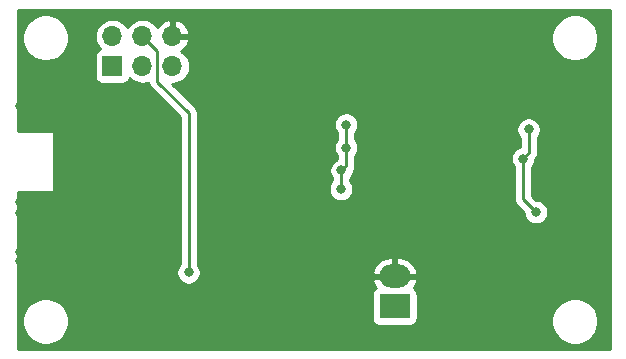
<source format=gbl>
G04 #@! TF.GenerationSoftware,KiCad,Pcbnew,5.1.4-e60b266~84~ubuntu18.04.1*
G04 #@! TF.CreationDate,2019-11-09T19:50:11+05:30*
G04 #@! TF.ProjectId,senseEle_PCB_Antenna_rev1,73656e73-6545-46c6-955f-5043425f416e,rev?*
G04 #@! TF.SameCoordinates,Original*
G04 #@! TF.FileFunction,Copper,L2,Bot*
G04 #@! TF.FilePolarity,Positive*
%FSLAX46Y46*%
G04 Gerber Fmt 4.6, Leading zero omitted, Abs format (unit mm)*
G04 Created by KiCad (PCBNEW 5.1.4-e60b266~84~ubuntu18.04.1) date 2019-11-09 19:50:11*
%MOMM*%
%LPD*%
G04 APERTURE LIST*
%ADD10R,2.600000X2.000000*%
%ADD11O,2.600000X2.000000*%
%ADD12R,1.700000X1.700000*%
%ADD13O,1.700000X1.700000*%
%ADD14C,0.800000*%
%ADD15C,0.250000*%
%ADD16C,0.254000*%
G04 APERTURE END LIST*
D10*
X27750000Y-43240000D03*
D11*
X27750000Y-40700000D03*
D12*
X3850000Y-22900000D03*
D13*
X3850000Y-20360000D03*
X6390000Y-22900000D03*
X6390000Y-20360000D03*
X8930000Y-22900000D03*
X8930000Y-20360000D03*
D14*
X-4000000Y-38600000D03*
X-4000000Y-39400000D03*
X-3200000Y-39400000D03*
X-3200000Y-38600000D03*
X-4000000Y-26250000D03*
X9150000Y-28150000D03*
X9150000Y-27100000D03*
X8300000Y-27100000D03*
X9150000Y-36650000D03*
X9150000Y-37850000D03*
X8050000Y-37850000D03*
X-4000000Y-35350000D03*
X-4000000Y-34400000D03*
X-3050000Y-35350000D03*
X-3050000Y-34400000D03*
X50000Y-34850000D03*
X2800000Y-32350000D03*
X4050000Y-34850000D03*
X50000Y-29850000D03*
X4050000Y-29850000D03*
X42250000Y-30750000D03*
X43250000Y-35900000D03*
X25350000Y-27300000D03*
X39733951Y-23643940D03*
X13700000Y-23000000D03*
X42700000Y-25550000D03*
X34900000Y-28400000D03*
X29400000Y-32500000D03*
X4224990Y-32350000D03*
X35550000Y-31900000D03*
X43300000Y-38100000D03*
X10300000Y-40350000D03*
X23650000Y-27850000D03*
X23650000Y-29800000D03*
X23239730Y-31719040D03*
X23200000Y-33300000D03*
X39100000Y-28250000D03*
X38625000Y-30725000D03*
X39700000Y-35250000D03*
D15*
X-4000000Y-38600000D02*
X-4000000Y-39400000D01*
X-3200000Y-39400000D02*
X-3200000Y-38600000D01*
X9150000Y-27100000D02*
X9150000Y-28150000D01*
X9150000Y-36650000D02*
X9150000Y-37850000D01*
X-4000000Y-35350000D02*
X-4000000Y-34400000D01*
X-3050000Y-35350000D02*
X-3050000Y-34400000D01*
X-3050000Y-34400000D02*
X-400000Y-34400000D01*
X-400000Y-34400000D02*
X50000Y-34850000D01*
X50000Y-34850000D02*
X2550000Y-32350000D01*
X2550000Y-32350000D02*
X2800000Y-32350000D01*
X2800000Y-32350000D02*
X300000Y-29850000D01*
X300000Y-29850000D02*
X50000Y-29850000D01*
X8930000Y-20360000D02*
X11060000Y-20360000D01*
X11060000Y-20360000D02*
X13700000Y-23000000D01*
X4050000Y-29850000D02*
X4050000Y-32175010D01*
X4050000Y-32175010D02*
X4224990Y-32350000D01*
X4050000Y-32524990D02*
X4224990Y-32350000D01*
X4050000Y-34850000D02*
X4050000Y-32524990D01*
X2800000Y-32350000D02*
X4224990Y-32350000D01*
X43250000Y-35900000D02*
X43250000Y-38050000D01*
X43250000Y-38050000D02*
X43300000Y-38100000D01*
X10300000Y-40350000D02*
X10300000Y-26850000D01*
X10300000Y-26850000D02*
X7650000Y-24200000D01*
X7650000Y-21620000D02*
X6390000Y-20360000D01*
X7650000Y-24200000D02*
X7650000Y-21620000D01*
X23650000Y-27850000D02*
X23650000Y-31308770D01*
X23639729Y-31319041D02*
X23239730Y-31719040D01*
X23650000Y-31308770D02*
X23639729Y-31319041D01*
X23239730Y-31719040D02*
X23239730Y-33260270D01*
X23239730Y-33260270D02*
X23200000Y-33300000D01*
X39100000Y-30250000D02*
X39100000Y-28250000D01*
X38725000Y-30625000D02*
X38625000Y-30725000D01*
X38725000Y-30625000D02*
X39100000Y-30250000D01*
X38625000Y-30725000D02*
X38625000Y-34175000D01*
X38625000Y-34175000D02*
X39700000Y-35250000D01*
D16*
G36*
X45973000Y-46840000D02*
G01*
X-4140000Y-46840000D01*
X-4140000Y-44304495D01*
X-3785000Y-44304495D01*
X-3785000Y-44695505D01*
X-3708718Y-45079003D01*
X-3559085Y-45440250D01*
X-3341851Y-45765364D01*
X-3065364Y-46041851D01*
X-2740250Y-46259085D01*
X-2379003Y-46408718D01*
X-1995505Y-46485000D01*
X-1604495Y-46485000D01*
X-1220997Y-46408718D01*
X-859750Y-46259085D01*
X-534636Y-46041851D01*
X-258149Y-45765364D01*
X-40915Y-45440250D01*
X108718Y-45079003D01*
X185000Y-44695505D01*
X185000Y-44304495D01*
X108718Y-43920997D01*
X-40915Y-43559750D01*
X-258149Y-43234636D01*
X-534636Y-42958149D01*
X-859750Y-42740915D01*
X-1220997Y-42591282D01*
X-1604495Y-42515000D01*
X-1995505Y-42515000D01*
X-2379003Y-42591282D01*
X-2740250Y-42740915D01*
X-3065364Y-42958149D01*
X-3341851Y-43234636D01*
X-3559085Y-43559750D01*
X-3708718Y-43920997D01*
X-3785000Y-44304495D01*
X-4140000Y-44304495D01*
X-4140000Y-42240000D01*
X25811928Y-42240000D01*
X25811928Y-44240000D01*
X25824188Y-44364482D01*
X25860498Y-44484180D01*
X25919463Y-44594494D01*
X25998815Y-44691185D01*
X26095506Y-44770537D01*
X26205820Y-44829502D01*
X26325518Y-44865812D01*
X26450000Y-44878072D01*
X29050000Y-44878072D01*
X29174482Y-44865812D01*
X29294180Y-44829502D01*
X29404494Y-44770537D01*
X29501185Y-44691185D01*
X29580537Y-44594494D01*
X29639502Y-44484180D01*
X29675812Y-44364482D01*
X29681720Y-44304495D01*
X41015000Y-44304495D01*
X41015000Y-44695505D01*
X41091282Y-45079003D01*
X41240915Y-45440250D01*
X41458149Y-45765364D01*
X41734636Y-46041851D01*
X42059750Y-46259085D01*
X42420997Y-46408718D01*
X42804495Y-46485000D01*
X43195505Y-46485000D01*
X43579003Y-46408718D01*
X43940250Y-46259085D01*
X44265364Y-46041851D01*
X44541851Y-45765364D01*
X44759085Y-45440250D01*
X44908718Y-45079003D01*
X44985000Y-44695505D01*
X44985000Y-44304495D01*
X44908718Y-43920997D01*
X44759085Y-43559750D01*
X44541851Y-43234636D01*
X44265364Y-42958149D01*
X43940250Y-42740915D01*
X43579003Y-42591282D01*
X43195505Y-42515000D01*
X42804495Y-42515000D01*
X42420997Y-42591282D01*
X42059750Y-42740915D01*
X41734636Y-42958149D01*
X41458149Y-43234636D01*
X41240915Y-43559750D01*
X41091282Y-43920997D01*
X41015000Y-44304495D01*
X29681720Y-44304495D01*
X29688072Y-44240000D01*
X29688072Y-42240000D01*
X29675812Y-42115518D01*
X29639502Y-41995820D01*
X29580537Y-41885506D01*
X29501185Y-41788815D01*
X29404494Y-41709463D01*
X29354353Y-41682662D01*
X29480010Y-41502761D01*
X29609144Y-41208355D01*
X29640124Y-41080434D01*
X29520777Y-40827000D01*
X27877000Y-40827000D01*
X27877000Y-40847000D01*
X27623000Y-40847000D01*
X27623000Y-40827000D01*
X25979223Y-40827000D01*
X25859876Y-41080434D01*
X25890856Y-41208355D01*
X26019990Y-41502761D01*
X26145647Y-41682662D01*
X26095506Y-41709463D01*
X25998815Y-41788815D01*
X25919463Y-41885506D01*
X25860498Y-41995820D01*
X25824188Y-42115518D01*
X25811928Y-42240000D01*
X-4140000Y-42240000D01*
X-4140000Y-33527000D01*
X-1200000Y-33527000D01*
X-1175224Y-33524560D01*
X-1151399Y-33517333D01*
X-1129443Y-33505597D01*
X-1110197Y-33489803D01*
X-1094403Y-33470557D01*
X-1082667Y-33448601D01*
X-1075440Y-33424776D01*
X-1073000Y-33400000D01*
X-1073000Y-28550000D01*
X-1075440Y-28525224D01*
X-1082667Y-28501399D01*
X-1094403Y-28479443D01*
X-1110197Y-28460197D01*
X-1129443Y-28444403D01*
X-1151399Y-28432667D01*
X-1175224Y-28425440D01*
X-1200000Y-28423000D01*
X-4140000Y-28423000D01*
X-4140000Y-20304495D01*
X-3785000Y-20304495D01*
X-3785000Y-20695505D01*
X-3708718Y-21079003D01*
X-3559085Y-21440250D01*
X-3341851Y-21765364D01*
X-3065364Y-22041851D01*
X-2740250Y-22259085D01*
X-2379003Y-22408718D01*
X-1995505Y-22485000D01*
X-1604495Y-22485000D01*
X-1220997Y-22408718D01*
X-859750Y-22259085D01*
X-534636Y-22041851D01*
X-258149Y-21765364D01*
X-40915Y-21440250D01*
X108718Y-21079003D01*
X185000Y-20695505D01*
X185000Y-20360000D01*
X2357815Y-20360000D01*
X2386487Y-20651111D01*
X2471401Y-20931034D01*
X2609294Y-21189014D01*
X2794866Y-21415134D01*
X2824687Y-21439607D01*
X2755820Y-21460498D01*
X2645506Y-21519463D01*
X2548815Y-21598815D01*
X2469463Y-21695506D01*
X2410498Y-21805820D01*
X2374188Y-21925518D01*
X2361928Y-22050000D01*
X2361928Y-23750000D01*
X2374188Y-23874482D01*
X2410498Y-23994180D01*
X2469463Y-24104494D01*
X2548815Y-24201185D01*
X2645506Y-24280537D01*
X2755820Y-24339502D01*
X2875518Y-24375812D01*
X3000000Y-24388072D01*
X4700000Y-24388072D01*
X4824482Y-24375812D01*
X4944180Y-24339502D01*
X5054494Y-24280537D01*
X5151185Y-24201185D01*
X5230537Y-24104494D01*
X5289502Y-23994180D01*
X5310393Y-23925313D01*
X5334866Y-23955134D01*
X5560986Y-24140706D01*
X5818966Y-24278599D01*
X6098889Y-24363513D01*
X6317050Y-24385000D01*
X6462950Y-24385000D01*
X6681111Y-24363513D01*
X6896007Y-24298325D01*
X6900997Y-24348985D01*
X6912854Y-24388072D01*
X6944454Y-24492246D01*
X7015026Y-24624276D01*
X7054871Y-24672826D01*
X7109999Y-24740001D01*
X7139003Y-24763804D01*
X9540001Y-27164803D01*
X9540000Y-39646289D01*
X9496063Y-39690226D01*
X9382795Y-39859744D01*
X9304774Y-40048102D01*
X9265000Y-40248061D01*
X9265000Y-40451939D01*
X9304774Y-40651898D01*
X9382795Y-40840256D01*
X9496063Y-41009774D01*
X9640226Y-41153937D01*
X9809744Y-41267205D01*
X9998102Y-41345226D01*
X10198061Y-41385000D01*
X10401939Y-41385000D01*
X10601898Y-41345226D01*
X10790256Y-41267205D01*
X10959774Y-41153937D01*
X11103937Y-41009774D01*
X11217205Y-40840256D01*
X11295226Y-40651898D01*
X11335000Y-40451939D01*
X11335000Y-40319566D01*
X25859876Y-40319566D01*
X25979223Y-40573000D01*
X27623000Y-40573000D01*
X27623000Y-39065000D01*
X27877000Y-39065000D01*
X27877000Y-40573000D01*
X29520777Y-40573000D01*
X29640124Y-40319566D01*
X29609144Y-40191645D01*
X29480010Y-39897239D01*
X29295922Y-39633683D01*
X29063954Y-39411105D01*
X28793020Y-39238058D01*
X28493532Y-39121193D01*
X28177000Y-39065000D01*
X27877000Y-39065000D01*
X27623000Y-39065000D01*
X27323000Y-39065000D01*
X27006468Y-39121193D01*
X26706980Y-39238058D01*
X26436046Y-39411105D01*
X26204078Y-39633683D01*
X26019990Y-39897239D01*
X25890856Y-40191645D01*
X25859876Y-40319566D01*
X11335000Y-40319566D01*
X11335000Y-40248061D01*
X11295226Y-40048102D01*
X11217205Y-39859744D01*
X11103937Y-39690226D01*
X11060000Y-39646289D01*
X11060000Y-33198061D01*
X22165000Y-33198061D01*
X22165000Y-33401939D01*
X22204774Y-33601898D01*
X22282795Y-33790256D01*
X22396063Y-33959774D01*
X22540226Y-34103937D01*
X22709744Y-34217205D01*
X22898102Y-34295226D01*
X23098061Y-34335000D01*
X23301939Y-34335000D01*
X23501898Y-34295226D01*
X23690256Y-34217205D01*
X23859774Y-34103937D01*
X24003937Y-33959774D01*
X24117205Y-33790256D01*
X24195226Y-33601898D01*
X24235000Y-33401939D01*
X24235000Y-33198061D01*
X24195226Y-32998102D01*
X24117205Y-32809744D01*
X24003937Y-32640226D01*
X23999730Y-32636019D01*
X23999730Y-32422751D01*
X24043667Y-32378814D01*
X24156935Y-32209296D01*
X24234956Y-32020938D01*
X24274730Y-31820979D01*
X24274730Y-31745528D01*
X24284974Y-31733046D01*
X24355546Y-31601017D01*
X24399003Y-31457756D01*
X24410000Y-31346103D01*
X24410000Y-31346093D01*
X24413676Y-31308771D01*
X24410000Y-31271448D01*
X24410000Y-30623061D01*
X37590000Y-30623061D01*
X37590000Y-30826939D01*
X37629774Y-31026898D01*
X37707795Y-31215256D01*
X37821063Y-31384774D01*
X37865000Y-31428711D01*
X37865001Y-34137668D01*
X37861324Y-34175000D01*
X37875998Y-34323985D01*
X37919454Y-34467246D01*
X37990026Y-34599276D01*
X38061201Y-34686002D01*
X38085000Y-34715001D01*
X38113998Y-34738799D01*
X38665000Y-35289802D01*
X38665000Y-35351939D01*
X38704774Y-35551898D01*
X38782795Y-35740256D01*
X38896063Y-35909774D01*
X39040226Y-36053937D01*
X39209744Y-36167205D01*
X39398102Y-36245226D01*
X39598061Y-36285000D01*
X39801939Y-36285000D01*
X40001898Y-36245226D01*
X40190256Y-36167205D01*
X40359774Y-36053937D01*
X40503937Y-35909774D01*
X40617205Y-35740256D01*
X40695226Y-35551898D01*
X40735000Y-35351939D01*
X40735000Y-35148061D01*
X40695226Y-34948102D01*
X40617205Y-34759744D01*
X40503937Y-34590226D01*
X40359774Y-34446063D01*
X40190256Y-34332795D01*
X40001898Y-34254774D01*
X39801939Y-34215000D01*
X39739802Y-34215000D01*
X39385000Y-33860199D01*
X39385000Y-31428711D01*
X39428937Y-31384774D01*
X39542205Y-31215256D01*
X39620226Y-31026898D01*
X39660000Y-30826939D01*
X39660000Y-30765632D01*
X39734974Y-30674276D01*
X39805546Y-30542247D01*
X39849003Y-30398986D01*
X39860000Y-30287333D01*
X39860000Y-30287324D01*
X39863676Y-30250001D01*
X39860000Y-30212678D01*
X39860000Y-28953711D01*
X39903937Y-28909774D01*
X40017205Y-28740256D01*
X40095226Y-28551898D01*
X40135000Y-28351939D01*
X40135000Y-28148061D01*
X40095226Y-27948102D01*
X40017205Y-27759744D01*
X39903937Y-27590226D01*
X39759774Y-27446063D01*
X39590256Y-27332795D01*
X39401898Y-27254774D01*
X39201939Y-27215000D01*
X38998061Y-27215000D01*
X38798102Y-27254774D01*
X38609744Y-27332795D01*
X38440226Y-27446063D01*
X38296063Y-27590226D01*
X38182795Y-27759744D01*
X38104774Y-27948102D01*
X38065000Y-28148061D01*
X38065000Y-28351939D01*
X38104774Y-28551898D01*
X38182795Y-28740256D01*
X38296063Y-28909774D01*
X38340001Y-28953712D01*
X38340000Y-29726413D01*
X38323102Y-29729774D01*
X38134744Y-29807795D01*
X37965226Y-29921063D01*
X37821063Y-30065226D01*
X37707795Y-30234744D01*
X37629774Y-30423102D01*
X37590000Y-30623061D01*
X24410000Y-30623061D01*
X24410000Y-30503711D01*
X24453937Y-30459774D01*
X24567205Y-30290256D01*
X24645226Y-30101898D01*
X24685000Y-29901939D01*
X24685000Y-29698061D01*
X24645226Y-29498102D01*
X24567205Y-29309744D01*
X24453937Y-29140226D01*
X24410000Y-29096289D01*
X24410000Y-28553711D01*
X24453937Y-28509774D01*
X24567205Y-28340256D01*
X24645226Y-28151898D01*
X24685000Y-27951939D01*
X24685000Y-27748061D01*
X24645226Y-27548102D01*
X24567205Y-27359744D01*
X24453937Y-27190226D01*
X24309774Y-27046063D01*
X24140256Y-26932795D01*
X23951898Y-26854774D01*
X23751939Y-26815000D01*
X23548061Y-26815000D01*
X23348102Y-26854774D01*
X23159744Y-26932795D01*
X22990226Y-27046063D01*
X22846063Y-27190226D01*
X22732795Y-27359744D01*
X22654774Y-27548102D01*
X22615000Y-27748061D01*
X22615000Y-27951939D01*
X22654774Y-28151898D01*
X22732795Y-28340256D01*
X22846063Y-28509774D01*
X22890000Y-28553711D01*
X22890000Y-29096289D01*
X22846063Y-29140226D01*
X22732795Y-29309744D01*
X22654774Y-29498102D01*
X22615000Y-29698061D01*
X22615000Y-29901939D01*
X22654774Y-30101898D01*
X22732795Y-30290256D01*
X22846063Y-30459774D01*
X22890001Y-30503712D01*
X22890001Y-30743626D01*
X22749474Y-30801835D01*
X22579956Y-30915103D01*
X22435793Y-31059266D01*
X22322525Y-31228784D01*
X22244504Y-31417142D01*
X22204730Y-31617101D01*
X22204730Y-31820979D01*
X22244504Y-32020938D01*
X22322525Y-32209296D01*
X22435793Y-32378814D01*
X22479730Y-32422751D01*
X22479731Y-32556558D01*
X22396063Y-32640226D01*
X22282795Y-32809744D01*
X22204774Y-32998102D01*
X22165000Y-33198061D01*
X11060000Y-33198061D01*
X11060000Y-26887323D01*
X11063676Y-26850000D01*
X11060000Y-26812677D01*
X11060000Y-26812667D01*
X11049003Y-26701014D01*
X11005546Y-26557753D01*
X10934974Y-26425723D01*
X10863799Y-26338997D01*
X10840001Y-26309999D01*
X10811003Y-26286201D01*
X8909801Y-24385000D01*
X9002950Y-24385000D01*
X9221111Y-24363513D01*
X9501034Y-24278599D01*
X9759014Y-24140706D01*
X9985134Y-23955134D01*
X10170706Y-23729014D01*
X10308599Y-23471034D01*
X10393513Y-23191111D01*
X10422185Y-22900000D01*
X10393513Y-22608889D01*
X10308599Y-22328966D01*
X10170706Y-22070986D01*
X9985134Y-21844866D01*
X9759014Y-21659294D01*
X9701244Y-21628416D01*
X9930269Y-21457588D01*
X10125178Y-21241355D01*
X10274157Y-20991252D01*
X10371481Y-20716891D01*
X10250814Y-20487000D01*
X9057000Y-20487000D01*
X9057000Y-20507000D01*
X8803000Y-20507000D01*
X8803000Y-20487000D01*
X8783000Y-20487000D01*
X8783000Y-20304495D01*
X41015000Y-20304495D01*
X41015000Y-20695505D01*
X41091282Y-21079003D01*
X41240915Y-21440250D01*
X41458149Y-21765364D01*
X41734636Y-22041851D01*
X42059750Y-22259085D01*
X42420997Y-22408718D01*
X42804495Y-22485000D01*
X43195505Y-22485000D01*
X43579003Y-22408718D01*
X43940250Y-22259085D01*
X44265364Y-22041851D01*
X44541851Y-21765364D01*
X44759085Y-21440250D01*
X44908718Y-21079003D01*
X44985000Y-20695505D01*
X44985000Y-20304495D01*
X44908718Y-19920997D01*
X44759085Y-19559750D01*
X44541851Y-19234636D01*
X44265364Y-18958149D01*
X43940250Y-18740915D01*
X43579003Y-18591282D01*
X43195505Y-18515000D01*
X42804495Y-18515000D01*
X42420997Y-18591282D01*
X42059750Y-18740915D01*
X41734636Y-18958149D01*
X41458149Y-19234636D01*
X41240915Y-19559750D01*
X41091282Y-19920997D01*
X41015000Y-20304495D01*
X8783000Y-20304495D01*
X8783000Y-20233000D01*
X8803000Y-20233000D01*
X8803000Y-19039845D01*
X9057000Y-19039845D01*
X9057000Y-20233000D01*
X10250814Y-20233000D01*
X10371481Y-20003109D01*
X10274157Y-19728748D01*
X10125178Y-19478645D01*
X9930269Y-19262412D01*
X9696920Y-19088359D01*
X9434099Y-18963175D01*
X9286890Y-18918524D01*
X9057000Y-19039845D01*
X8803000Y-19039845D01*
X8573110Y-18918524D01*
X8425901Y-18963175D01*
X8163080Y-19088359D01*
X7929731Y-19262412D01*
X7734822Y-19478645D01*
X7665201Y-19595523D01*
X7630706Y-19530986D01*
X7445134Y-19304866D01*
X7219014Y-19119294D01*
X6961034Y-18981401D01*
X6681111Y-18896487D01*
X6462950Y-18875000D01*
X6317050Y-18875000D01*
X6098889Y-18896487D01*
X5818966Y-18981401D01*
X5560986Y-19119294D01*
X5334866Y-19304866D01*
X5149294Y-19530986D01*
X5120000Y-19585791D01*
X5090706Y-19530986D01*
X4905134Y-19304866D01*
X4679014Y-19119294D01*
X4421034Y-18981401D01*
X4141111Y-18896487D01*
X3922950Y-18875000D01*
X3777050Y-18875000D01*
X3558889Y-18896487D01*
X3278966Y-18981401D01*
X3020986Y-19119294D01*
X2794866Y-19304866D01*
X2609294Y-19530986D01*
X2471401Y-19788966D01*
X2386487Y-20068889D01*
X2357815Y-20360000D01*
X185000Y-20360000D01*
X185000Y-20304495D01*
X108718Y-19920997D01*
X-40915Y-19559750D01*
X-258149Y-19234636D01*
X-534636Y-18958149D01*
X-859750Y-18740915D01*
X-1220997Y-18591282D01*
X-1604495Y-18515000D01*
X-1995505Y-18515000D01*
X-2379003Y-18591282D01*
X-2740250Y-18740915D01*
X-3065364Y-18958149D01*
X-3341851Y-19234636D01*
X-3559085Y-19559750D01*
X-3708718Y-19920997D01*
X-3785000Y-20304495D01*
X-4140000Y-20304495D01*
X-4140000Y-18160000D01*
X45973000Y-18160000D01*
X45973000Y-46840000D01*
X45973000Y-46840000D01*
G37*
X45973000Y-46840000D02*
X-4140000Y-46840000D01*
X-4140000Y-44304495D01*
X-3785000Y-44304495D01*
X-3785000Y-44695505D01*
X-3708718Y-45079003D01*
X-3559085Y-45440250D01*
X-3341851Y-45765364D01*
X-3065364Y-46041851D01*
X-2740250Y-46259085D01*
X-2379003Y-46408718D01*
X-1995505Y-46485000D01*
X-1604495Y-46485000D01*
X-1220997Y-46408718D01*
X-859750Y-46259085D01*
X-534636Y-46041851D01*
X-258149Y-45765364D01*
X-40915Y-45440250D01*
X108718Y-45079003D01*
X185000Y-44695505D01*
X185000Y-44304495D01*
X108718Y-43920997D01*
X-40915Y-43559750D01*
X-258149Y-43234636D01*
X-534636Y-42958149D01*
X-859750Y-42740915D01*
X-1220997Y-42591282D01*
X-1604495Y-42515000D01*
X-1995505Y-42515000D01*
X-2379003Y-42591282D01*
X-2740250Y-42740915D01*
X-3065364Y-42958149D01*
X-3341851Y-43234636D01*
X-3559085Y-43559750D01*
X-3708718Y-43920997D01*
X-3785000Y-44304495D01*
X-4140000Y-44304495D01*
X-4140000Y-42240000D01*
X25811928Y-42240000D01*
X25811928Y-44240000D01*
X25824188Y-44364482D01*
X25860498Y-44484180D01*
X25919463Y-44594494D01*
X25998815Y-44691185D01*
X26095506Y-44770537D01*
X26205820Y-44829502D01*
X26325518Y-44865812D01*
X26450000Y-44878072D01*
X29050000Y-44878072D01*
X29174482Y-44865812D01*
X29294180Y-44829502D01*
X29404494Y-44770537D01*
X29501185Y-44691185D01*
X29580537Y-44594494D01*
X29639502Y-44484180D01*
X29675812Y-44364482D01*
X29681720Y-44304495D01*
X41015000Y-44304495D01*
X41015000Y-44695505D01*
X41091282Y-45079003D01*
X41240915Y-45440250D01*
X41458149Y-45765364D01*
X41734636Y-46041851D01*
X42059750Y-46259085D01*
X42420997Y-46408718D01*
X42804495Y-46485000D01*
X43195505Y-46485000D01*
X43579003Y-46408718D01*
X43940250Y-46259085D01*
X44265364Y-46041851D01*
X44541851Y-45765364D01*
X44759085Y-45440250D01*
X44908718Y-45079003D01*
X44985000Y-44695505D01*
X44985000Y-44304495D01*
X44908718Y-43920997D01*
X44759085Y-43559750D01*
X44541851Y-43234636D01*
X44265364Y-42958149D01*
X43940250Y-42740915D01*
X43579003Y-42591282D01*
X43195505Y-42515000D01*
X42804495Y-42515000D01*
X42420997Y-42591282D01*
X42059750Y-42740915D01*
X41734636Y-42958149D01*
X41458149Y-43234636D01*
X41240915Y-43559750D01*
X41091282Y-43920997D01*
X41015000Y-44304495D01*
X29681720Y-44304495D01*
X29688072Y-44240000D01*
X29688072Y-42240000D01*
X29675812Y-42115518D01*
X29639502Y-41995820D01*
X29580537Y-41885506D01*
X29501185Y-41788815D01*
X29404494Y-41709463D01*
X29354353Y-41682662D01*
X29480010Y-41502761D01*
X29609144Y-41208355D01*
X29640124Y-41080434D01*
X29520777Y-40827000D01*
X27877000Y-40827000D01*
X27877000Y-40847000D01*
X27623000Y-40847000D01*
X27623000Y-40827000D01*
X25979223Y-40827000D01*
X25859876Y-41080434D01*
X25890856Y-41208355D01*
X26019990Y-41502761D01*
X26145647Y-41682662D01*
X26095506Y-41709463D01*
X25998815Y-41788815D01*
X25919463Y-41885506D01*
X25860498Y-41995820D01*
X25824188Y-42115518D01*
X25811928Y-42240000D01*
X-4140000Y-42240000D01*
X-4140000Y-33527000D01*
X-1200000Y-33527000D01*
X-1175224Y-33524560D01*
X-1151399Y-33517333D01*
X-1129443Y-33505597D01*
X-1110197Y-33489803D01*
X-1094403Y-33470557D01*
X-1082667Y-33448601D01*
X-1075440Y-33424776D01*
X-1073000Y-33400000D01*
X-1073000Y-28550000D01*
X-1075440Y-28525224D01*
X-1082667Y-28501399D01*
X-1094403Y-28479443D01*
X-1110197Y-28460197D01*
X-1129443Y-28444403D01*
X-1151399Y-28432667D01*
X-1175224Y-28425440D01*
X-1200000Y-28423000D01*
X-4140000Y-28423000D01*
X-4140000Y-20304495D01*
X-3785000Y-20304495D01*
X-3785000Y-20695505D01*
X-3708718Y-21079003D01*
X-3559085Y-21440250D01*
X-3341851Y-21765364D01*
X-3065364Y-22041851D01*
X-2740250Y-22259085D01*
X-2379003Y-22408718D01*
X-1995505Y-22485000D01*
X-1604495Y-22485000D01*
X-1220997Y-22408718D01*
X-859750Y-22259085D01*
X-534636Y-22041851D01*
X-258149Y-21765364D01*
X-40915Y-21440250D01*
X108718Y-21079003D01*
X185000Y-20695505D01*
X185000Y-20360000D01*
X2357815Y-20360000D01*
X2386487Y-20651111D01*
X2471401Y-20931034D01*
X2609294Y-21189014D01*
X2794866Y-21415134D01*
X2824687Y-21439607D01*
X2755820Y-21460498D01*
X2645506Y-21519463D01*
X2548815Y-21598815D01*
X2469463Y-21695506D01*
X2410498Y-21805820D01*
X2374188Y-21925518D01*
X2361928Y-22050000D01*
X2361928Y-23750000D01*
X2374188Y-23874482D01*
X2410498Y-23994180D01*
X2469463Y-24104494D01*
X2548815Y-24201185D01*
X2645506Y-24280537D01*
X2755820Y-24339502D01*
X2875518Y-24375812D01*
X3000000Y-24388072D01*
X4700000Y-24388072D01*
X4824482Y-24375812D01*
X4944180Y-24339502D01*
X5054494Y-24280537D01*
X5151185Y-24201185D01*
X5230537Y-24104494D01*
X5289502Y-23994180D01*
X5310393Y-23925313D01*
X5334866Y-23955134D01*
X5560986Y-24140706D01*
X5818966Y-24278599D01*
X6098889Y-24363513D01*
X6317050Y-24385000D01*
X6462950Y-24385000D01*
X6681111Y-24363513D01*
X6896007Y-24298325D01*
X6900997Y-24348985D01*
X6912854Y-24388072D01*
X6944454Y-24492246D01*
X7015026Y-24624276D01*
X7054871Y-24672826D01*
X7109999Y-24740001D01*
X7139003Y-24763804D01*
X9540001Y-27164803D01*
X9540000Y-39646289D01*
X9496063Y-39690226D01*
X9382795Y-39859744D01*
X9304774Y-40048102D01*
X9265000Y-40248061D01*
X9265000Y-40451939D01*
X9304774Y-40651898D01*
X9382795Y-40840256D01*
X9496063Y-41009774D01*
X9640226Y-41153937D01*
X9809744Y-41267205D01*
X9998102Y-41345226D01*
X10198061Y-41385000D01*
X10401939Y-41385000D01*
X10601898Y-41345226D01*
X10790256Y-41267205D01*
X10959774Y-41153937D01*
X11103937Y-41009774D01*
X11217205Y-40840256D01*
X11295226Y-40651898D01*
X11335000Y-40451939D01*
X11335000Y-40319566D01*
X25859876Y-40319566D01*
X25979223Y-40573000D01*
X27623000Y-40573000D01*
X27623000Y-39065000D01*
X27877000Y-39065000D01*
X27877000Y-40573000D01*
X29520777Y-40573000D01*
X29640124Y-40319566D01*
X29609144Y-40191645D01*
X29480010Y-39897239D01*
X29295922Y-39633683D01*
X29063954Y-39411105D01*
X28793020Y-39238058D01*
X28493532Y-39121193D01*
X28177000Y-39065000D01*
X27877000Y-39065000D01*
X27623000Y-39065000D01*
X27323000Y-39065000D01*
X27006468Y-39121193D01*
X26706980Y-39238058D01*
X26436046Y-39411105D01*
X26204078Y-39633683D01*
X26019990Y-39897239D01*
X25890856Y-40191645D01*
X25859876Y-40319566D01*
X11335000Y-40319566D01*
X11335000Y-40248061D01*
X11295226Y-40048102D01*
X11217205Y-39859744D01*
X11103937Y-39690226D01*
X11060000Y-39646289D01*
X11060000Y-33198061D01*
X22165000Y-33198061D01*
X22165000Y-33401939D01*
X22204774Y-33601898D01*
X22282795Y-33790256D01*
X22396063Y-33959774D01*
X22540226Y-34103937D01*
X22709744Y-34217205D01*
X22898102Y-34295226D01*
X23098061Y-34335000D01*
X23301939Y-34335000D01*
X23501898Y-34295226D01*
X23690256Y-34217205D01*
X23859774Y-34103937D01*
X24003937Y-33959774D01*
X24117205Y-33790256D01*
X24195226Y-33601898D01*
X24235000Y-33401939D01*
X24235000Y-33198061D01*
X24195226Y-32998102D01*
X24117205Y-32809744D01*
X24003937Y-32640226D01*
X23999730Y-32636019D01*
X23999730Y-32422751D01*
X24043667Y-32378814D01*
X24156935Y-32209296D01*
X24234956Y-32020938D01*
X24274730Y-31820979D01*
X24274730Y-31745528D01*
X24284974Y-31733046D01*
X24355546Y-31601017D01*
X24399003Y-31457756D01*
X24410000Y-31346103D01*
X24410000Y-31346093D01*
X24413676Y-31308771D01*
X24410000Y-31271448D01*
X24410000Y-30623061D01*
X37590000Y-30623061D01*
X37590000Y-30826939D01*
X37629774Y-31026898D01*
X37707795Y-31215256D01*
X37821063Y-31384774D01*
X37865000Y-31428711D01*
X37865001Y-34137668D01*
X37861324Y-34175000D01*
X37875998Y-34323985D01*
X37919454Y-34467246D01*
X37990026Y-34599276D01*
X38061201Y-34686002D01*
X38085000Y-34715001D01*
X38113998Y-34738799D01*
X38665000Y-35289802D01*
X38665000Y-35351939D01*
X38704774Y-35551898D01*
X38782795Y-35740256D01*
X38896063Y-35909774D01*
X39040226Y-36053937D01*
X39209744Y-36167205D01*
X39398102Y-36245226D01*
X39598061Y-36285000D01*
X39801939Y-36285000D01*
X40001898Y-36245226D01*
X40190256Y-36167205D01*
X40359774Y-36053937D01*
X40503937Y-35909774D01*
X40617205Y-35740256D01*
X40695226Y-35551898D01*
X40735000Y-35351939D01*
X40735000Y-35148061D01*
X40695226Y-34948102D01*
X40617205Y-34759744D01*
X40503937Y-34590226D01*
X40359774Y-34446063D01*
X40190256Y-34332795D01*
X40001898Y-34254774D01*
X39801939Y-34215000D01*
X39739802Y-34215000D01*
X39385000Y-33860199D01*
X39385000Y-31428711D01*
X39428937Y-31384774D01*
X39542205Y-31215256D01*
X39620226Y-31026898D01*
X39660000Y-30826939D01*
X39660000Y-30765632D01*
X39734974Y-30674276D01*
X39805546Y-30542247D01*
X39849003Y-30398986D01*
X39860000Y-30287333D01*
X39860000Y-30287324D01*
X39863676Y-30250001D01*
X39860000Y-30212678D01*
X39860000Y-28953711D01*
X39903937Y-28909774D01*
X40017205Y-28740256D01*
X40095226Y-28551898D01*
X40135000Y-28351939D01*
X40135000Y-28148061D01*
X40095226Y-27948102D01*
X40017205Y-27759744D01*
X39903937Y-27590226D01*
X39759774Y-27446063D01*
X39590256Y-27332795D01*
X39401898Y-27254774D01*
X39201939Y-27215000D01*
X38998061Y-27215000D01*
X38798102Y-27254774D01*
X38609744Y-27332795D01*
X38440226Y-27446063D01*
X38296063Y-27590226D01*
X38182795Y-27759744D01*
X38104774Y-27948102D01*
X38065000Y-28148061D01*
X38065000Y-28351939D01*
X38104774Y-28551898D01*
X38182795Y-28740256D01*
X38296063Y-28909774D01*
X38340001Y-28953712D01*
X38340000Y-29726413D01*
X38323102Y-29729774D01*
X38134744Y-29807795D01*
X37965226Y-29921063D01*
X37821063Y-30065226D01*
X37707795Y-30234744D01*
X37629774Y-30423102D01*
X37590000Y-30623061D01*
X24410000Y-30623061D01*
X24410000Y-30503711D01*
X24453937Y-30459774D01*
X24567205Y-30290256D01*
X24645226Y-30101898D01*
X24685000Y-29901939D01*
X24685000Y-29698061D01*
X24645226Y-29498102D01*
X24567205Y-29309744D01*
X24453937Y-29140226D01*
X24410000Y-29096289D01*
X24410000Y-28553711D01*
X24453937Y-28509774D01*
X24567205Y-28340256D01*
X24645226Y-28151898D01*
X24685000Y-27951939D01*
X24685000Y-27748061D01*
X24645226Y-27548102D01*
X24567205Y-27359744D01*
X24453937Y-27190226D01*
X24309774Y-27046063D01*
X24140256Y-26932795D01*
X23951898Y-26854774D01*
X23751939Y-26815000D01*
X23548061Y-26815000D01*
X23348102Y-26854774D01*
X23159744Y-26932795D01*
X22990226Y-27046063D01*
X22846063Y-27190226D01*
X22732795Y-27359744D01*
X22654774Y-27548102D01*
X22615000Y-27748061D01*
X22615000Y-27951939D01*
X22654774Y-28151898D01*
X22732795Y-28340256D01*
X22846063Y-28509774D01*
X22890000Y-28553711D01*
X22890000Y-29096289D01*
X22846063Y-29140226D01*
X22732795Y-29309744D01*
X22654774Y-29498102D01*
X22615000Y-29698061D01*
X22615000Y-29901939D01*
X22654774Y-30101898D01*
X22732795Y-30290256D01*
X22846063Y-30459774D01*
X22890001Y-30503712D01*
X22890001Y-30743626D01*
X22749474Y-30801835D01*
X22579956Y-30915103D01*
X22435793Y-31059266D01*
X22322525Y-31228784D01*
X22244504Y-31417142D01*
X22204730Y-31617101D01*
X22204730Y-31820979D01*
X22244504Y-32020938D01*
X22322525Y-32209296D01*
X22435793Y-32378814D01*
X22479730Y-32422751D01*
X22479731Y-32556558D01*
X22396063Y-32640226D01*
X22282795Y-32809744D01*
X22204774Y-32998102D01*
X22165000Y-33198061D01*
X11060000Y-33198061D01*
X11060000Y-26887323D01*
X11063676Y-26850000D01*
X11060000Y-26812677D01*
X11060000Y-26812667D01*
X11049003Y-26701014D01*
X11005546Y-26557753D01*
X10934974Y-26425723D01*
X10863799Y-26338997D01*
X10840001Y-26309999D01*
X10811003Y-26286201D01*
X8909801Y-24385000D01*
X9002950Y-24385000D01*
X9221111Y-24363513D01*
X9501034Y-24278599D01*
X9759014Y-24140706D01*
X9985134Y-23955134D01*
X10170706Y-23729014D01*
X10308599Y-23471034D01*
X10393513Y-23191111D01*
X10422185Y-22900000D01*
X10393513Y-22608889D01*
X10308599Y-22328966D01*
X10170706Y-22070986D01*
X9985134Y-21844866D01*
X9759014Y-21659294D01*
X9701244Y-21628416D01*
X9930269Y-21457588D01*
X10125178Y-21241355D01*
X10274157Y-20991252D01*
X10371481Y-20716891D01*
X10250814Y-20487000D01*
X9057000Y-20487000D01*
X9057000Y-20507000D01*
X8803000Y-20507000D01*
X8803000Y-20487000D01*
X8783000Y-20487000D01*
X8783000Y-20304495D01*
X41015000Y-20304495D01*
X41015000Y-20695505D01*
X41091282Y-21079003D01*
X41240915Y-21440250D01*
X41458149Y-21765364D01*
X41734636Y-22041851D01*
X42059750Y-22259085D01*
X42420997Y-22408718D01*
X42804495Y-22485000D01*
X43195505Y-22485000D01*
X43579003Y-22408718D01*
X43940250Y-22259085D01*
X44265364Y-22041851D01*
X44541851Y-21765364D01*
X44759085Y-21440250D01*
X44908718Y-21079003D01*
X44985000Y-20695505D01*
X44985000Y-20304495D01*
X44908718Y-19920997D01*
X44759085Y-19559750D01*
X44541851Y-19234636D01*
X44265364Y-18958149D01*
X43940250Y-18740915D01*
X43579003Y-18591282D01*
X43195505Y-18515000D01*
X42804495Y-18515000D01*
X42420997Y-18591282D01*
X42059750Y-18740915D01*
X41734636Y-18958149D01*
X41458149Y-19234636D01*
X41240915Y-19559750D01*
X41091282Y-19920997D01*
X41015000Y-20304495D01*
X8783000Y-20304495D01*
X8783000Y-20233000D01*
X8803000Y-20233000D01*
X8803000Y-19039845D01*
X9057000Y-19039845D01*
X9057000Y-20233000D01*
X10250814Y-20233000D01*
X10371481Y-20003109D01*
X10274157Y-19728748D01*
X10125178Y-19478645D01*
X9930269Y-19262412D01*
X9696920Y-19088359D01*
X9434099Y-18963175D01*
X9286890Y-18918524D01*
X9057000Y-19039845D01*
X8803000Y-19039845D01*
X8573110Y-18918524D01*
X8425901Y-18963175D01*
X8163080Y-19088359D01*
X7929731Y-19262412D01*
X7734822Y-19478645D01*
X7665201Y-19595523D01*
X7630706Y-19530986D01*
X7445134Y-19304866D01*
X7219014Y-19119294D01*
X6961034Y-18981401D01*
X6681111Y-18896487D01*
X6462950Y-18875000D01*
X6317050Y-18875000D01*
X6098889Y-18896487D01*
X5818966Y-18981401D01*
X5560986Y-19119294D01*
X5334866Y-19304866D01*
X5149294Y-19530986D01*
X5120000Y-19585791D01*
X5090706Y-19530986D01*
X4905134Y-19304866D01*
X4679014Y-19119294D01*
X4421034Y-18981401D01*
X4141111Y-18896487D01*
X3922950Y-18875000D01*
X3777050Y-18875000D01*
X3558889Y-18896487D01*
X3278966Y-18981401D01*
X3020986Y-19119294D01*
X2794866Y-19304866D01*
X2609294Y-19530986D01*
X2471401Y-19788966D01*
X2386487Y-20068889D01*
X2357815Y-20360000D01*
X185000Y-20360000D01*
X185000Y-20304495D01*
X108718Y-19920997D01*
X-40915Y-19559750D01*
X-258149Y-19234636D01*
X-534636Y-18958149D01*
X-859750Y-18740915D01*
X-1220997Y-18591282D01*
X-1604495Y-18515000D01*
X-1995505Y-18515000D01*
X-2379003Y-18591282D01*
X-2740250Y-18740915D01*
X-3065364Y-18958149D01*
X-3341851Y-19234636D01*
X-3559085Y-19559750D01*
X-3708718Y-19920997D01*
X-3785000Y-20304495D01*
X-4140000Y-20304495D01*
X-4140000Y-18160000D01*
X45973000Y-18160000D01*
X45973000Y-46840000D01*
M02*

</source>
